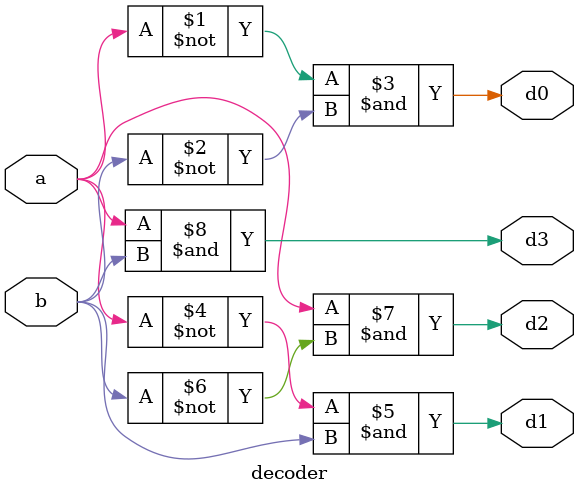
<source format=v>
`timescale 1ns / 1ps

module decoder(
input a,b, 
output d0,d1,d2,d3
);

assign d0 = (~a)&(~b);
assign d1 = (~a)&b;
assign d2 = a&(~b);
assign d3 = a&b;

endmodule

</source>
